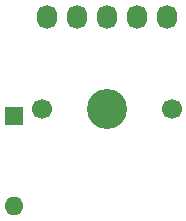
<source format=gbr>
%TF.GenerationSoftware,KiCad,Pcbnew,9.0.6*%
%TF.CreationDate,2025-12-02T18:26:22-08:00*%
%TF.ProjectId,pcb,7063622e-6b69-4636-9164-5f7063625858,rev?*%
%TF.SameCoordinates,Original*%
%TF.FileFunction,Soldermask,Bot*%
%TF.FilePolarity,Negative*%
%FSLAX46Y46*%
G04 Gerber Fmt 4.6, Leading zero omitted, Abs format (unit mm)*
G04 Created by KiCad (PCBNEW 9.0.6) date 2025-12-02 18:26:22*
%MOMM*%
%LPD*%
G01*
G04 APERTURE LIST*
%ADD10R,1.600000X1.600000*%
%ADD11O,1.600000X1.600000*%
%ADD12C,1.700000*%
%ADD13C,3.400000*%
%ADD14O,1.727200X2.032000*%
G04 APERTURE END LIST*
D10*
%TO.C,D1*%
X32625900Y-64895600D03*
D11*
X32625900Y-72515600D03*
%TD*%
D12*
%TO.C,CH1*%
X34981300Y-64293700D03*
D13*
X40481300Y-64293700D03*
D12*
X45981300Y-64293700D03*
%TD*%
D14*
%TO.C,J1*%
X45561300Y-56461400D03*
X43021300Y-56461400D03*
X40481300Y-56461400D03*
X37941300Y-56461400D03*
X35401300Y-56461400D03*
%TD*%
M02*

</source>
